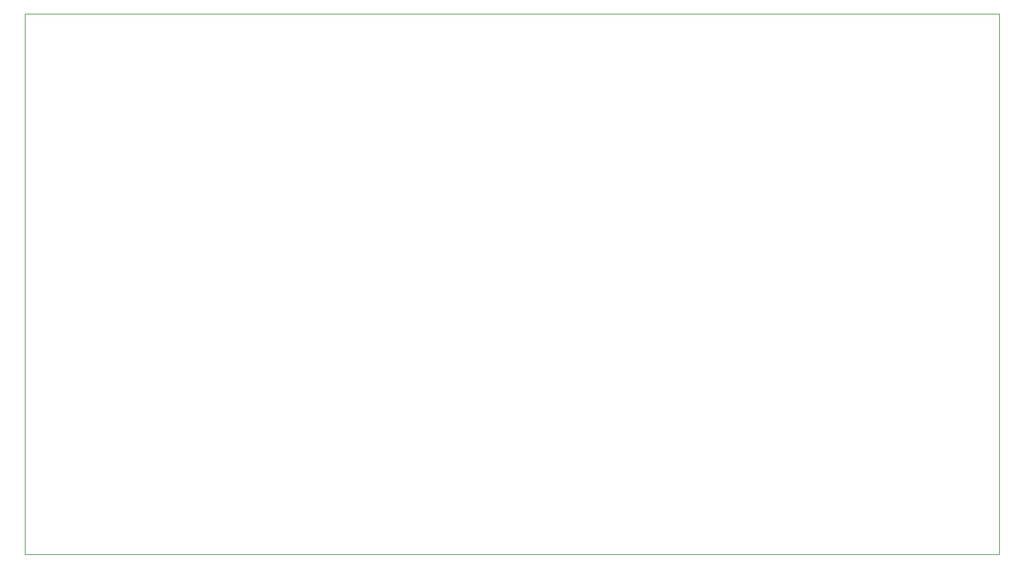
<source format=gbr>
%TF.GenerationSoftware,KiCad,Pcbnew,(5.1.6)-1*%
%TF.CreationDate,2020-08-04T09:12:00+09:00*%
%TF.ProjectId,arduino_pcb,61726475-696e-46f5-9f70-63622e6b6963,rev?*%
%TF.SameCoordinates,Original*%
%TF.FileFunction,Profile,NP*%
%FSLAX46Y46*%
G04 Gerber Fmt 4.6, Leading zero omitted, Abs format (unit mm)*
G04 Created by KiCad (PCBNEW (5.1.6)-1) date 2020-08-04 09:12:00*
%MOMM*%
%LPD*%
G01*
G04 APERTURE LIST*
%TA.AperFunction,Profile*%
%ADD10C,0.100000*%
%TD*%
G04 APERTURE END LIST*
D10*
X196000000Y-70000000D02*
X196000000Y-140000000D01*
X70000000Y-70000000D02*
X196000000Y-70000000D01*
X70000000Y-140000000D02*
X70000000Y-70000000D01*
X196000000Y-140000000D02*
X70000000Y-140000000D01*
M02*

</source>
